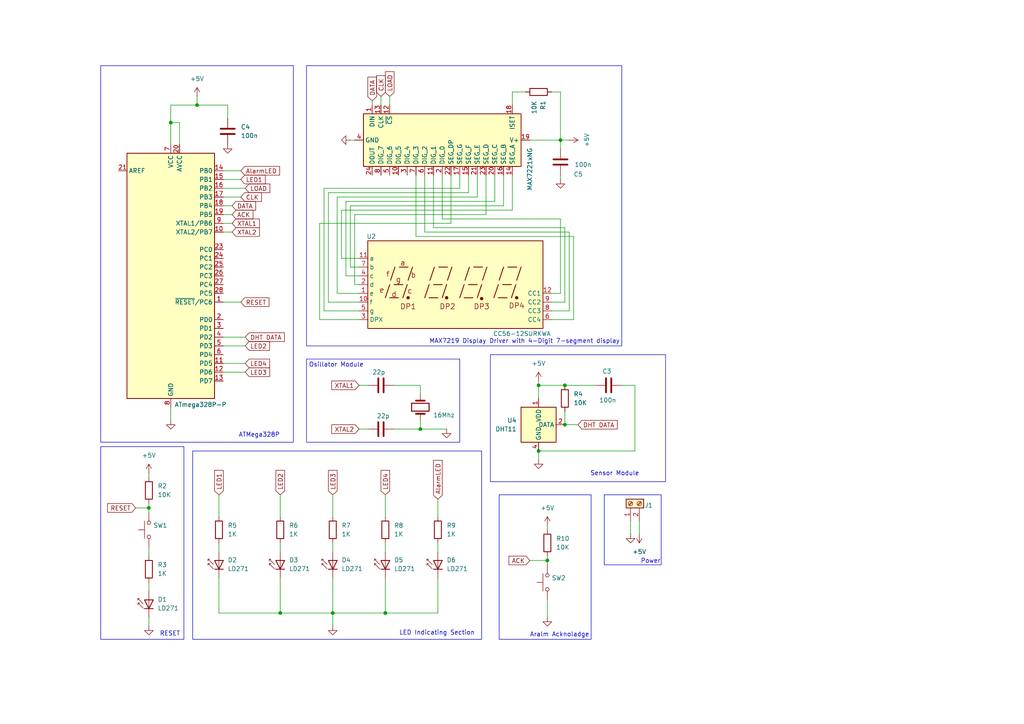
<source format=kicad_sch>
(kicad_sch (version 20231120) (generator "eeschema") (generator_version "8.0")
  (paper "A4")
  (lib_symbols
    (symbol "Connector:Screw_Terminal_01x02" (pin_names (offset 1.016) hide)
      (property "Reference" "J" (at 0 2.54 0))
      (property "Value" "Screw_Terminal_01x02" (at 0 -5.08 0))
      (symbol "Screw_Terminal_01x02_1_1"
        (rectangle (start -1.27 1.27) (end 1.27 -3.81) (stroke (width 0.254)) (fill (type background)))
        (circle (center 0 -2.54) (radius 0.635) (stroke (width 0.1524)))
        (polyline (pts (xy -0.5334 -2.2098) (xy 0.3302 -3.048)) (stroke (width 0.1524)))
        (polyline (pts (xy -0.5334 0.3302) (xy 0.3302 -0.508)) (stroke (width 0.1524)))
        (polyline (pts (xy -0.3556 -2.032) (xy 0.508 -2.8702)) (stroke (width 0.1524)))
        (polyline (pts (xy -0.3556 0.508) (xy 0.508 -0.3302)) (stroke (width 0.1524)))
        (circle (center 0 0) (radius 0.635) (stroke (width 0.1524)))
        (pin passive line (at -5.08 0 0) (length 3.81) (name "Pin_1") (number "1"))
        (pin passive line (at -5.08 -2.54 0) (length 3.81) (name "Pin_2") (number "2"))
      )
    )
    (symbol "Device:C" (pin_numbers hide) (pin_names (offset 0.254))
      (property "Reference" "C" (at 0.635 2.54 0))
      (property "Value" "C" (at 0.635 -2.54 0))
      (symbol "C_0_1"
        (polyline (pts (xy -2.032 -0.762) (xy 2.032 -0.762)) (stroke (width 0.508)))
        (polyline (pts (xy -2.032 0.762) (xy 2.032 0.762)) (stroke (width 0.508)))
      )
      (symbol "C_1_1"
        (pin passive line (at 0 3.81 270) (length 2.794) (name "~") (number "1"))
        (pin passive line (at 0 -3.81 90) (length 2.794) (name "~") (number "2"))
      )
    )
    (symbol "Device:Crystal" (pin_numbers hide) (pin_names (offset 1.016) hide)
      (property "Reference" "Y" (at 0 3.81 0))
      (property "Value" "Crystal" (at 0 -3.81 0))
      (symbol "Crystal_0_1"
        (rectangle (start -1.143 2.54) (end 1.143 -2.54) (stroke (width 0.3048)))
        (polyline (pts (xy -2.54 0) (xy -1.905 0)))
        (polyline (pts (xy -1.905 -1.27) (xy -1.905 1.27)) (stroke (width 0.508)))
        (polyline (pts (xy 1.905 -1.27) (xy 1.905 1.27)) (stroke (width 0.508)))
        (polyline (pts (xy 2.54 0) (xy 1.905 0)))
      )
      (symbol "Crystal_1_1"
        (pin passive line (at -3.81 0 0) (length 1.27) (name "1") (number "1"))
        (pin passive line (at 3.81 0 180) (length 1.27) (name "2") (number "2"))
      )
    )
    (symbol "Device:R" (pin_numbers hide) (pin_names (offset 0))
      (property "Reference" "R" (at 2.032 0 90))
      (property "Value" "R" (at 0 0 90))
      (symbol "R_0_1"
        (rectangle (start -1.016 -2.54) (end 1.016 2.54) (stroke (width 0.254)))
      )
      (symbol "R_1_1"
        (pin passive line (at 0 3.81 270) (length 1.27) (name "~") (number "1"))
        (pin passive line (at 0 -3.81 90) (length 1.27) (name "~") (number "2"))
      )
    )
    (symbol "Display_Character:CC56-12SURKWA"
      (property "Reference" "U" (at -24.13 13.97 0))
      (property "Value" "CC56-12SURKWA" (at 16.51 13.97 0))
      (symbol "CC56-12SURKWA_0_0"
        (rectangle (start -25.4 12.7) (end 25.4 -12.7) (stroke (width 0.254)) (fill (type background)))
        (polyline (pts (xy -20.32 -3.81) (xy -19.05 0)) (stroke (width 0.254)))
        (polyline (pts (xy -19.05 -3.81) (xy -16.51 -3.81)) (stroke (width 0.254)))
        (polyline (pts (xy -18.796 1.27) (xy -17.526 5.08)) (stroke (width 0.254)))
        (polyline (pts (xy -17.78 0) (xy -15.24 0)) (stroke (width 0.254)))
        (polyline (pts (xy -16.256 5.08) (xy -13.716 5.08)) (stroke (width 0.254)))
        (polyline (pts (xy -15.24 -3.81) (xy -13.97 0)) (stroke (width 0.254)))
        (polyline (pts (xy -13.716 1.27) (xy -12.446 5.08)) (stroke (width 0.254)))
        (polyline (pts (xy -8.89 -3.81) (xy -7.62 0)) (stroke (width 0.254)))
        (polyline (pts (xy -7.62 -3.81) (xy -5.08 -3.81)) (stroke (width 0.254)))
        (polyline (pts (xy -7.366 1.27) (xy -6.096 5.08)) (stroke (width 0.254)))
        (polyline (pts (xy -6.35 0) (xy -3.81 0)) (stroke (width 0.254)))
        (polyline (pts (xy -4.826 5.08) (xy -2.286 5.08)) (stroke (width 0.254)))
        (polyline (pts (xy -3.81 -3.81) (xy -2.54 0)) (stroke (width 0.254)))
        (polyline (pts (xy -2.286 1.27) (xy -1.016 5.08)) (stroke (width 0.254)))
        (polyline (pts (xy 1.27 -3.81) (xy 2.54 0)) (stroke (width 0.254)))
        (polyline (pts (xy 2.54 -3.81) (xy 5.08 -3.81)) (stroke (width 0.254)))
        (polyline (pts (xy 2.794 1.27) (xy 4.064 5.08)) (stroke (width 0.254)))
        (polyline (pts (xy 3.81 0) (xy 6.35 0)) (stroke (width 0.254)))
        (polyline (pts (xy 5.334 5.08) (xy 7.874 5.08)) (stroke (width 0.254)))
        (polyline (pts (xy 6.35 -3.81) (xy 7.62 0)) (stroke (width 0.254)))
        (polyline (pts (xy 7.874 1.27) (xy 9.144 5.08)) (stroke (width 0.254)))
        (polyline (pts (xy 11.176 -3.81) (xy 12.446 0)) (stroke (width 0.254)))
        (polyline (pts (xy 12.446 -3.81) (xy 14.986 -3.81)) (stroke (width 0.254)))
        (polyline (pts (xy 12.7 1.27) (xy 13.97 5.08)) (stroke (width 0.254)))
        (polyline (pts (xy 13.716 0) (xy 16.256 0)) (stroke (width 0.254)))
        (polyline (pts (xy 15.24 5.08) (xy 17.78 5.08)) (stroke (width 0.254)))
        (polyline (pts (xy 16.256 -3.81) (xy 17.526 0)) (stroke (width 0.254)))
        (polyline (pts (xy 17.78 1.27) (xy 19.05 5.08)) (stroke (width 0.254)))
        (text "a" (at -15.24 6.35 0) (effects (font (size 1.524 1.524))))
        (text "b" (at -12.192 2.794 0) (effects (font (size 1.524 1.524))))
        (text "c" (at -13.208 -1.778 0) (effects (font (size 1.524 1.524))))
        (text "d" (at -17.78 -2.794 0) (effects (font (size 1.524 1.524))))
        (text "DP1" (at -13.716 -6.35 0) (effects (font (size 1.524 1.524))))
        (text "DP2" (at -2.286 -6.35 0) (effects (font (size 1.524 1.524))))
        (text "DP3" (at 7.62 -6.35 0) (effects (font (size 1.524 1.524))))
        (text "DP4" (at 17.78 -6.096 0) (effects (font (size 1.524 1.524))))
        (text "e" (at -21.336 -1.524 0) (effects (font (size 1.524 1.524))))
        (text "f" (at -19.558 3.048 0) (effects (font (size 1.524 1.524))))
        (text "g" (at -16.51 1.524 0) (effects (font (size 1.524 1.524))))
      )
      (symbol "CC56-12SURKWA_0_1"
        (circle (center -13.716 -3.81) (radius 0.3556) (stroke (width 0.254)) (fill (type outline)))
        (circle (center -2.54 -3.81) (radius 0.3556) (stroke (width 0.254)) (fill (type outline)))
      )
      (symbol "CC56-12SURKWA_1_0"
        (circle (center 7.62 -4.064) (radius 0.3556) (stroke (width 0.254)) (fill (type outline)))
        (circle (center 17.78 -3.81) (radius 0.3556) (stroke (width 0.254)) (fill (type outline)))
      )
      (symbol "CC56-12SURKWA_1_1"
        (pin input line (at -27.94 -2.54 0) (length 2.54) (name "e") (number "1"))
        (pin input line (at -27.94 -5.08 0) (length 2.54) (name "f") (number "10"))
        (pin input line (at -27.94 7.62 0) (length 2.54) (name "a") (number "11"))
        (pin input line (at 27.94 -2.54 180) (length 2.54) (name "CC1") (number "12"))
        (pin input line (at -27.94 0 0) (length 2.54) (name "d") (number "2"))
        (pin input line (at -27.94 -10.16 0) (length 2.54) (name "DPX") (number "3"))
        (pin input line (at -27.94 2.54 0) (length 2.54) (name "c") (number "4"))
        (pin input line (at -27.94 -7.62 0) (length 2.54) (name "g") (number "5"))
        (pin input line (at 27.94 -10.16 180) (length 2.54) (name "CC4") (number "6"))
        (pin input line (at -27.94 5.08 0) (length 2.54) (name "b") (number "7"))
        (pin input line (at 27.94 -7.62 180) (length 2.54) (name "CC3") (number "8"))
        (pin input line (at 27.94 -5.08 180) (length 2.54) (name "CC2") (number "9"))
      )
    )
    (symbol "Driver_LED:MAX7221xNG"
      (property "Reference" "U" (at -6.35 24.13 0))
      (property "Value" "MAX7221xNG" (at 1.27 25.4 0))
      (symbol "MAX7221xNG_0_1"
        (rectangle (start -7.62 22.86) (end 7.62 -22.86) (stroke (width 0.254)) (fill (type background)))
      )
      (symbol "MAX7221xNG_1_1"
        (pin input line (at -10.16 -20.32 0) (length 2.54) (name "DIN") (number "1"))
        (pin open_collector line (at 10.16 -12.7 180) (length 2.54) (name "DIG_5") (number "10"))
        (pin open_collector line (at 10.16 -2.54 180) (length 2.54) (name "DIG_1") (number "11"))
        (pin input line (at -10.16 -15.24 0) (length 2.54) (name "~{CS}") (number "12"))
        (pin input line (at -10.16 -17.78 0) (length 2.54) (name "CLK") (number "13"))
        (pin open_emitter line (at 10.16 20.32 180) (length 2.54) (name "SEG_A") (number "14"))
        (pin open_emitter line (at 10.16 7.62 180) (length 2.54) (name "SEG_F") (number "15"))
        (pin open_emitter line (at 10.16 17.78 180) (length 2.54) (name "SEG_B") (number "16"))
        (pin open_emitter line (at 10.16 5.08 180) (length 2.54) (name "SEG_G") (number "17"))
        (pin input line (at -10.16 20.32 0) (length 2.54) (name "ISET") (number "18"))
        (pin power_in line (at 0 25.4 270) (length 2.54) (name "V+") (number "19"))
        (pin open_collector line (at 10.16 0 180) (length 2.54) (name "DIG_0") (number "2"))
        (pin open_emitter line (at 10.16 15.24 180) (length 2.54) (name "SEG_C") (number "20"))
        (pin open_emitter line (at 10.16 10.16 180) (length 2.54) (name "SEG_E") (number "21"))
        (pin open_emitter line (at 10.16 2.54 180) (length 2.54) (name "SEG_DP") (number "22"))
        (pin open_emitter line (at 10.16 12.7 180) (length 2.54) (name "SEG_D") (number "23"))
        (pin output line (at 10.16 -20.32 180) (length 2.54) (name "DOUT") (number "24"))
        (pin open_collector line (at 10.16 -10.16 180) (length 2.54) (name "DIG_4") (number "3"))
        (pin power_in line (at 0 -25.4 90) (length 2.54) (name "GND") (number "4"))
        (pin open_collector line (at 10.16 -15.24 180) (length 2.54) (name "DIG_6") (number "5"))
        (pin open_collector line (at 10.16 -5.08 180) (length 2.54) (name "DIG_2") (number "6"))
        (pin open_collector line (at 10.16 -7.62 180) (length 2.54) (name "DIG_3") (number "7"))
        (pin open_collector line (at 10.16 -17.78 180) (length 2.54) (name "DIG_7") (number "8"))
        (pin passive line (at 0 -25.4 90) (length 2.54) hide (name "GND") (number "9"))
      )
    )
    (symbol "LED:LD271" (pin_numbers hide) (pin_names (offset 1.016) hide)
      (property "Reference" "D" (at 0.508 1.778 0))
      (property "Value" "LD271" (at -1.016 -2.794 0))
      (symbol "LD271_0_1"
        (polyline (pts (xy -2.54 1.27) (xy -2.54 -1.27)) (stroke (width 0.254)))
        (polyline (pts (xy 0 0) (xy -2.54 0)))
        (polyline (pts (xy 0.381 3.175) (xy -0.127 3.175)))
        (polyline (pts (xy -1.143 1.651) (xy 0.381 3.175) (xy 0.381 2.667)))
        (polyline (pts (xy 0 -1.27) (xy -2.54 0) (xy 0 1.27) (xy 0 -1.27)) (stroke (width 0.254)))
        (polyline (pts (xy -2.413 1.651) (xy -0.889 3.175) (xy -0.889 2.667) (xy -0.889 3.175) (xy -1.397 3.175)))
      )
      (symbol "LD271_1_1"
        (pin passive line (at -5.08 0 0) (length 2.54) (name "K") (number "1"))
        (pin passive line (at 2.54 0 180) (length 2.54) (name "A") (number "2"))
      )
    )
    (symbol "MCU_Microchip_ATmega:ATmega328P-P"
      (property "Reference" "U" (at -12.7 36.83 0))
      (property "Value" "ATmega328P-P" (at 2.54 -36.83 0))
      (symbol "ATmega328P-P_0_1"
        (rectangle (start -12.7 -35.56) (end 12.7 35.56) (stroke (width 0.254)) (fill (type background)))
      )
      (symbol "ATmega328P-P_1_1"
        (pin bidirectional line (at 15.24 -7.62 180) (length 2.54) (name "~{RESET}/PC6") (number "1"))
        (pin bidirectional line (at 15.24 12.7 180) (length 2.54) (name "XTAL2/PB7") (number "10"))
        (pin bidirectional line (at 15.24 -25.4 180) (length 2.54) (name "PD5") (number "11"))
        (pin bidirectional line (at 15.24 -27.94 180) (length 2.54) (name "PD6") (number "12"))
        (pin bidirectional line (at 15.24 -30.48 180) (length 2.54) (name "PD7") (number "13"))
        (pin bidirectional line (at 15.24 30.48 180) (length 2.54) (name "PB0") (number "14"))
        (pin bidirectional line (at 15.24 27.94 180) (length 2.54) (name "PB1") (number "15"))
        (pin bidirectional line (at 15.24 25.4 180) (length 2.54) (name "PB2") (number "16"))
        (pin bidirectional line (at 15.24 22.86 180) (length 2.54) (name "PB3") (number "17"))
        (pin bidirectional line (at 15.24 20.32 180) (length 2.54) (name "PB4") (number "18"))
        (pin bidirectional line (at 15.24 17.78 180) (length 2.54) (name "PB5") (number "19"))
        (pin bidirectional line (at 15.24 -12.7 180) (length 2.54) (name "PD0") (number "2"))
        (pin power_in line (at 2.54 38.1 270) (length 2.54) (name "AVCC") (number "20"))
        (pin passive line (at -15.24 30.48 0) (length 2.54) (name "AREF") (number "21"))
        (pin passive line (at 0 -38.1 90) (length 2.54) hide (name "GND") (number "22"))
        (pin bidirectional line (at 15.24 7.62 180) (length 2.54) (name "PC0") (number "23"))
        (pin bidirectional line (at 15.24 5.08 180) (length 2.54) (name "PC1") (number "24"))
        (pin bidirectional line (at 15.24 2.54 180) (length 2.54) (name "PC2") (number "25"))
        (pin bidirectional line (at 15.24 0 180) (length 2.54) (name "PC3") (number "26"))
        (pin bidirectional line (at 15.24 -2.54 180) (length 2.54) (name "PC4") (number "27"))
        (pin bidirectional line (at 15.24 -5.08 180) (length 2.54) (name "PC5") (number "28"))
        (pin bidirectional line (at 15.24 -15.24 180) (length 2.54) (name "PD1") (number "3"))
        (pin bidirectional line (at 15.24 -17.78 180) (length 2.54) (name "PD2") (number "4"))
        (pin bidirectional line (at 15.24 -20.32 180) (length 2.54) (name "PD3") (number "5"))
        (pin bidirectional line (at 15.24 -22.86 180) (length 2.54) (name "PD4") (number "6"))
        (pin power_in line (at 0 38.1 270) (length 2.54) (name "VCC") (number "7"))
        (pin power_in line (at 0 -38.1 90) (length 2.54) (name "GND") (number "8"))
        (pin bidirectional line (at 15.24 15.24 180) (length 2.54) (name "XTAL1/PB6") (number "9"))
      )
    )
    (symbol "Sensor:DHT11"
      (property "Reference" "U" (at -3.81 6.35 0))
      (property "Value" "DHT11" (at 3.81 6.35 0))
      (symbol "DHT11_0_1"
        (rectangle (start -5.08 5.08) (end 5.08 -5.08) (stroke (width 0.254)) (fill (type background)))
      )
      (symbol "DHT11_1_1"
        (pin power_in line (at 0 7.62 270) (length 2.54) (name "VDD") (number "1"))
        (pin bidirectional line (at 7.62 0 180) (length 2.54) (name "DATA") (number "2"))
        (pin no_connect line (at -5.08 0 0) (length 2.54) hide (name "NC") (number "3"))
        (pin power_in line (at 0 -7.62 90) (length 2.54) (name "GND") (number "4"))
      )
    )
    (symbol "Switch:SW_Push" (pin_numbers hide) (pin_names (offset 1.016) hide)
      (property "Reference" "SW" (at 1.27 2.54 0))
      (property "Value" "SW_Push" (at 0 -1.524 0))
      (symbol "SW_Push_0_1"
        (circle (center -2.032 0) (radius 0.508))
        (polyline (pts (xy 0 1.27) (xy 0 3.048)))
        (polyline (pts (xy 2.54 1.27) (xy -2.54 1.27)))
        (circle (center 2.032 0) (radius 0.508))
        (pin passive line (at -5.08 0 0) (length 2.54) (name "1") (number "1"))
        (pin passive line (at 5.08 0 180) (length 2.54) (name "2") (number "2"))
      )
    )
    (symbol "power:+5V" (power) (pin_numbers hide) (pin_names (offset 0) hide)
      (property "Value" "+5V" (at 0 3.556 0))
      (symbol "+5V_0_1"
        (polyline (pts (xy -0.762 1.27) (xy 0 2.54)))
        (polyline (pts (xy 0 0) (xy 0 2.54)))
        (polyline (pts (xy 0 2.54) (xy 0.762 1.27)))
      )
      (symbol "+5V_1_1"
        (pin power_in line (at 0 0 90) (length 0) (name "~") (number "1"))
      )
    )
    (symbol "power:GND" (power) (pin_numbers hide) (pin_names (offset 0) hide)
      (property "Value" "GND" (at 0 -3.81 0))
      (symbol "GND_0_1"
        (polyline (pts (xy 0 0) (xy 0 -1.27) (xy 1.27 -1.27) (xy 0 -2.54) (xy -1.27 -1.27) (xy 0 -1.27)))
      )
      (symbol "GND_1_1"
        (pin power_in line (at 0 0 270) (length 0) (name "~") (number "1"))
      )
    )
  )
  (junction (at 49.53 35.56))
  (junction (at 81.28 177.8))
  (junction (at 163.83 111.76))
  (junction (at 156.21 130.81))
  (junction (at 57.15 30.48))
  (junction (at 121.92 124.46))
  (junction (at 158.75 162.56))
  (junction (at 162.56 40.64))
  (junction (at 111.76 177.8))
  (junction (at 163.83 123.19))
  (junction (at 156.21 111.76))
  (junction (at 96.52 177.8))
  (junction (at 43.18 147.32))
  (wire (pts (xy 81.28 177.8) (xy 96.52 177.8)))
  (wire (pts (xy 153.67 162.56) (xy 158.75 162.56)))
  (wire (pts (xy 64.77 107.95) (xy 71.12 107.95)))
  (wire (pts (xy 163.83 87.63) (xy 163.83 66.04)))
  (wire (pts (xy 101.6 59.69) (xy 146.05 59.69)))
  (wire (pts (xy 158.75 162.56) (xy 158.75 163.83)))
  (wire (pts (xy 163.83 123.19) (xy 167.64 123.19)))
  (wire (pts (xy 64.77 49.53) (xy 69.85 49.53)))
  (wire (pts (xy 96.52 177.8) (xy 111.76 177.8)))
  (wire (pts (xy 166.37 68.58) (xy 120.65 68.58)))
  (wire (pts (xy 104.14 77.47) (xy 101.6 77.47)))
  (wire (pts (xy 148.59 26.67) (xy 148.59 30.48)))
  (wire (pts (xy 93.98 54.61) (xy 133.35 54.61)))
  (wire (pts (xy 165.1 67.31) (xy 123.19 67.31)))
  (wire (pts (xy 102.87 40.64) (xy 101.6 40.64)))
  (wire (pts (xy 66.04 30.48) (xy 66.04 34.29)))
  (wire (pts (xy 49.53 30.48) (xy 49.53 35.56)))
  (wire (pts (xy 165.1 40.64) (xy 162.56 40.64)))
  (wire (pts (xy 64.77 57.15) (xy 69.85 57.15)))
  (wire (pts (xy 128.27 63.5) (xy 128.27 50.8)))
  (wire (pts (xy 64.77 105.41) (xy 71.12 105.41)))
  (wire (pts (xy 49.53 35.56) (xy 49.53 41.91)))
  (wire (pts (xy 162.56 40.64) (xy 162.56 43.18)))
  (wire (pts (xy 114.3 111.76) (xy 121.92 111.76)))
  (wire (pts (xy 123.19 67.31) (xy 123.19 50.8)))
  (wire (pts (xy 114.3 124.46) (xy 121.92 124.46)))
  (wire (pts (xy 185.42 151.13) (xy 185.42 154.94)))
  (wire (pts (xy 96.52 167.64) (xy 96.52 177.8)))
  (wire (pts (xy 81.28 143.51) (xy 81.28 149.86)))
  (wire (pts (xy 111.76 143.51) (xy 111.76 149.86)))
  (wire (pts (xy 127 144.78) (xy 127 149.86)))
  (wire (pts (xy 180.34 111.76) (xy 184.15 111.76)))
  (wire (pts (xy 63.5 157.48) (xy 63.5 160.02)))
  (wire (pts (xy 81.28 167.64) (xy 81.28 177.8)))
  (wire (pts (xy 95.25 55.88) (xy 135.89 55.88)))
  (wire (pts (xy 162.56 40.64) (xy 153.67 40.64)))
  (wire (pts (xy 64.77 97.79) (xy 71.12 97.79)))
  (wire (pts (xy 162.56 50.8) (xy 162.56 52.07)))
  (wire (pts (xy 43.18 158.75) (xy 43.18 161.29)))
  (wire (pts (xy 160.02 92.71) (xy 166.37 92.71)))
  (wire (pts (xy 64.77 54.61) (xy 71.12 54.61)))
  (wire (pts (xy 57.15 27.94) (xy 57.15 30.48)))
  (wire (pts (xy 158.75 173.99) (xy 158.75 179.07)))
  (wire (pts (xy 158.75 161.29) (xy 158.75 162.56)))
  (wire (pts (xy 99.06 74.93) (xy 99.06 60.96)))
  (wire (pts (xy 143.51 58.42) (xy 143.51 50.8)))
  (wire (pts (xy 104.14 85.09) (xy 97.79 85.09)))
  (wire (pts (xy 97.79 85.09) (xy 97.79 57.15)))
  (wire (pts (xy 96.52 157.48) (xy 96.52 160.02)))
  (wire (pts (xy 127 177.8) (xy 127 167.64)))
  (wire (pts (xy 64.77 87.63) (xy 69.85 87.63)))
  (wire (pts (xy 162.56 63.5) (xy 128.27 63.5)))
  (wire (pts (xy 156.21 110.49) (xy 156.21 111.76)))
  (wire (pts (xy 111.76 157.48) (xy 111.76 160.02)))
  (wire (pts (xy 156.21 130.81) (xy 156.21 133.35)))
  (wire (pts (xy 49.53 35.56) (xy 52.07 35.56)))
  (wire (pts (xy 111.76 167.64) (xy 111.76 177.8)))
  (wire (pts (xy 101.6 77.47) (xy 101.6 59.69)))
  (wire (pts (xy 138.43 50.8) (xy 138.43 57.15)))
  (wire (pts (xy 121.92 111.76) (xy 121.92 114.3)))
  (wire (pts (xy 160.02 90.17) (xy 165.1 90.17)))
  (wire (pts (xy 130.81 64.77) (xy 130.81 50.8)))
  (wire (pts (xy 49.53 30.48) (xy 57.15 30.48)))
  (wire (pts (xy 93.98 90.17) (xy 93.98 54.61)))
  (wire (pts (xy 102.87 62.23) (xy 140.97 62.23)))
  (wire (pts (xy 39.37 147.32) (xy 43.18 147.32)))
  (wire (pts (xy 104.14 74.93) (xy 99.06 74.93)))
  (wire (pts (xy 100.33 80.01) (xy 100.33 58.42)))
  (wire (pts (xy 64.77 64.77) (xy 67.31 64.77)))
  (wire (pts (xy 43.18 147.32) (xy 43.18 148.59)))
  (wire (pts (xy 184.15 111.76) (xy 184.15 130.81)))
  (wire (pts (xy 152.4 26.67) (xy 148.59 26.67)))
  (wire (pts (xy 104.14 80.01) (xy 100.33 80.01)))
  (wire (pts (xy 120.65 68.58) (xy 120.65 50.8)))
  (wire (pts (xy 104.14 87.63) (xy 95.25 87.63)))
  (wire (pts (xy 99.06 60.96) (xy 148.59 60.96)))
  (wire (pts (xy 64.77 100.33) (xy 71.12 100.33)))
  (wire (pts (xy 156.21 111.76) (xy 156.21 115.57)))
  (wire (pts (xy 113.03 27.94) (xy 113.03 30.48)))
  (wire (pts (xy 97.79 57.15) (xy 138.43 57.15)))
  (wire (pts (xy 135.89 55.88) (xy 135.89 50.8)))
  (wire (pts (xy 102.87 82.55) (xy 102.87 62.23)))
  (wire (pts (xy 140.97 62.23) (xy 140.97 50.8)))
  (wire (pts (xy 43.18 168.91) (xy 43.18 171.45)))
  (wire (pts (xy 110.49 27.94) (xy 110.49 30.48)))
  (wire (pts (xy 63.5 177.8) (xy 81.28 177.8)))
  (wire (pts (xy 156.21 130.81) (xy 184.15 130.81)))
  (wire (pts (xy 43.18 179.07) (xy 43.18 181.61)))
  (wire (pts (xy 162.56 85.09) (xy 162.56 63.5)))
  (wire (pts (xy 95.25 87.63) (xy 95.25 55.88)))
  (wire (pts (xy 81.28 157.48) (xy 81.28 160.02)))
  (wire (pts (xy 43.18 146.05) (xy 43.18 147.32)))
  (wire (pts (xy 163.83 111.76) (xy 156.21 111.76)))
  (wire (pts (xy 172.72 111.76) (xy 163.83 111.76)))
  (wire (pts (xy 64.77 59.69) (xy 67.31 59.69)))
  (wire (pts (xy 160.02 87.63) (xy 163.83 87.63)))
  (wire (pts (xy 100.33 58.42) (xy 143.51 58.42)))
  (wire (pts (xy 92.71 64.77) (xy 130.81 64.77)))
  (wire (pts (xy 162.56 26.67) (xy 162.56 40.64)))
  (wire (pts (xy 104.14 82.55) (xy 102.87 82.55)))
  (wire (pts (xy 166.37 92.71) (xy 166.37 68.58)))
  (wire (pts (xy 52.07 41.91) (xy 52.07 35.56)))
  (wire (pts (xy 146.05 59.69) (xy 146.05 50.8)))
  (wire (pts (xy 64.77 62.23) (xy 67.31 62.23)))
  (wire (pts (xy 64.77 52.07) (xy 69.85 52.07)))
  (wire (pts (xy 63.5 143.51) (xy 63.5 149.86)))
  (wire (pts (xy 163.83 119.38) (xy 163.83 123.19)))
  (wire (pts (xy 158.75 152.4) (xy 158.75 153.67)))
  (wire (pts (xy 92.71 92.71) (xy 92.71 64.77)))
  (wire (pts (xy 182.88 151.13) (xy 182.88 154.94)))
  (wire (pts (xy 96.52 177.8) (xy 96.52 181.61)))
  (wire (pts (xy 104.14 90.17) (xy 93.98 90.17)))
  (wire (pts (xy 133.35 54.61) (xy 133.35 50.8)))
  (wire (pts (xy 107.95 29.21) (xy 107.95 30.48)))
  (wire (pts (xy 121.92 124.46) (xy 121.92 121.92)))
  (wire (pts (xy 43.18 137.16) (xy 43.18 138.43)))
  (wire (pts (xy 160.02 85.09) (xy 162.56 85.09)))
  (wire (pts (xy 104.14 111.76) (xy 106.68 111.76)))
  (wire (pts (xy 57.15 30.48) (xy 66.04 30.48)))
  (wire (pts (xy 63.5 167.64) (xy 63.5 177.8)))
  (wire (pts (xy 148.59 60.96) (xy 148.59 50.8)))
  (wire (pts (xy 96.52 143.51) (xy 96.52 149.86)))
  (wire (pts (xy 127 157.48) (xy 127 160.02)))
  (wire (pts (xy 49.53 118.11) (xy 49.53 121.92)))
  (wire (pts (xy 111.76 177.8) (xy 127 177.8)))
  (wire (pts (xy 163.83 66.04) (xy 125.73 66.04)))
  (wire (pts (xy 64.77 67.31) (xy 67.31 67.31)))
  (wire (pts (xy 104.14 124.46) (xy 106.68 124.46)))
  (wire (pts (xy 121.92 124.46) (xy 129.54 124.46)))
  (wire (pts (xy 162.56 26.67) (xy 160.02 26.67)))
  (wire (pts (xy 165.1 90.17) (xy 165.1 67.31)))
  (wire (pts (xy 104.14 92.71) (xy 92.71 92.71)))
  (wire (pts (xy 125.73 66.04) (xy 125.73 50.8)))
  (rectangle (start 142.24 102.87) (end 193.04 139.7))
  (rectangle (start 29.21 129.54) (end 53.34 185.42))
  (rectangle (start 29.21 19.05) (end 85.09 128.27))
  (rectangle (start 144.78 143.51) (end 171.45 185.42))
  (rectangle (start 175.26 143.51) (end 191.77 163.83))
  (rectangle (start 55.88 130.81) (end 139.7 185.42))
  (rectangle (start 191.77 139.7) (end 191.77 139.7))
  (rectangle (start 88.9 19.05) (end 180.34 100.33))
  (rectangle (start 133.35 128.27) (end 88.9 104.14))
  (text "Aralm Acknoladge\n" (at 162.306 184.15 0) (effects (font (size 1.27 1.27))))
  (text "ATMega328P\n" (at 75.184 126.238 0) (effects (font (size 1.27 1.27))))
  (text "Osillator Module\n" (at 97.536 105.918 0) (effects (font (size 1.27 1.27))))
  (text "Power" (at 188.722 162.814 0) (effects (font (size 1.27 1.27))))
  (text "MAX7219 Display Driver with 4-Digit 7-segment display\n\n" (at 152.146 100.076 0) (effects (font (size 1.27 1.27))))
  (text "LED Indicating Section" (at 126.746 183.642 0) (effects (font (size 1.27 1.27))))
  (text "RESET \n" (at 49.784 183.896 0) (effects (font (size 1.27 1.27))))
  (text "Sensor Module\n" (at 178.308 137.414 0) (effects (font (size 1.27 1.27))))
  (global_label "DATA" (shape input) (at 107.95 29.21 90) (property "Intersheetrefs" "${INTERSHEET_REFS}" (effects (hide yes))))
  (global_label "LED1" (shape input) (at 69.85 52.07 0) (property "Intersheetrefs" "${INTERSHEET_REFS}" (effects (hide yes))))
  (global_label "LED2" (shape input) (at 71.12 100.33 0) (property "Intersheetrefs" "${INTERSHEET_REFS}" (effects (hide yes))))
  (global_label "XTAL2" (shape input) (at 67.31 67.31 0) (property "Intersheetrefs" "${INTERSHEET_REFS}" (effects (hide yes))))
  (global_label "LED1" (shape input) (at 63.5 143.51 90) (property "Intersheetrefs" "${INTERSHEET_REFS}" (effects (hide yes))))
  (global_label "RESET" (shape input) (at 69.85 87.63 0) (property "Intersheetrefs" "${INTERSHEET_REFS}" (effects (hide yes))))
  (global_label "LED2" (shape input) (at 81.28 143.51 90) (property "Intersheetrefs" "${INTERSHEET_REFS}" (effects (hide yes))))
  (global_label "AlarmLED" (shape input) (at 69.85 49.53 0) (property "Intersheetrefs" "${INTERSHEET_REFS}" (effects (hide yes))))
  (global_label "DATA" (shape input) (at 67.31 59.69 0) (property "Intersheetrefs" "${INTERSHEET_REFS}" (effects (hide yes))))
  (global_label "ACK" (shape input) (at 67.31 62.23 0) (property "Intersheetrefs" "${INTERSHEET_REFS}" (effects (hide yes))))
  (global_label "DHT DATA" (shape input) (at 71.12 97.79 0) (property "Intersheetrefs" "${INTERSHEET_REFS}" (effects (hide yes))))
  (global_label "LED3" (shape input) (at 71.12 107.95 0) (property "Intersheetrefs" "${INTERSHEET_REFS}" (effects (hide yes))))
  (global_label "CLK" (shape input) (at 69.85 57.15 0) (property "Intersheetrefs" "${INTERSHEET_REFS}" (effects (hide yes))))
  (global_label "DHT DATA" (shape input) (at 167.64 123.19 0) (property "Intersheetrefs" "${INTERSHEET_REFS}" (effects (hide yes))))
  (global_label "XTAL2" (shape input) (at 104.14 124.46 180) (property "Intersheetrefs" "${INTERSHEET_REFS}" (effects (hide yes))))
  (global_label "ACK" (shape input) (at 153.67 162.56 180) (property "Intersheetrefs" "${INTERSHEET_REFS}" (effects (hide yes))))
  (global_label "LOAD" (shape input) (at 113.03 27.94 90) (property "Intersheetrefs" "${INTERSHEET_REFS}" (effects (hide yes))))
  (global_label "RESET" (shape input) (at 39.37 147.32 180) (property "Intersheetrefs" "${INTERSHEET_REFS}" (effects (hide yes))))
  (global_label "LOAD" (shape input) (at 71.12 54.61 0) (property "Intersheetrefs" "${INTERSHEET_REFS}" (effects (hide yes))))
  (global_label "AlarmLED" (shape input) (at 127 144.78 90) (property "Intersheetrefs" "${INTERSHEET_REFS}" (effects (hide yes))))
  (global_label "CLK" (shape input) (at 110.49 27.94 90) (property "Intersheetrefs" "${INTERSHEET_REFS}" (effects (hide yes))))
  (global_label "XTAL1" (shape input) (at 67.31 64.77 0) (property "Intersheetrefs" "${INTERSHEET_REFS}" (effects (hide yes))))
  (global_label "LED3" (shape input) (at 96.52 143.51 90) (property "Intersheetrefs" "${INTERSHEET_REFS}" (effects (hide yes))))
  (global_label "LED4" (shape input) (at 71.12 105.41 0) (property "Intersheetrefs" "${INTERSHEET_REFS}" (effects (hide yes))))
  (global_label "XTAL1" (shape input) (at 104.14 111.76 180) (property "Intersheetrefs" "${INTERSHEET_REFS}" (effects (hide yes))))
  (global_label "LED4" (shape input) (at 111.76 143.51 90) (property "Intersheetrefs" "${INTERSHEET_REFS}" (effects (hide yes))))
  (symbol (lib_id "power:GND") (at 158.75 179.07 0) (unit 1)
    (property "Reference" "#PWR013" (effects (hide yes)))
    (property "Value" "GND" (effects (hide yes)))
    (property "Description" "Power symbol creates a global label with name \"GND\" , ground" (effects (hide yes)))
  )
  (symbol (lib_id "power:GND") (at 66.04 41.91 0) (unit 1)
    (property "Reference" "#PWR05" (effects (hide yes)))
    (property "Value" "GND" (effects (hide yes)))
    (property "Description" "Power symbol creates a global label with name \"GND\" , ground" (effects (hide yes)))
  )
  (symbol (lib_id "power:+5V") (at 158.75 152.4 0) (unit 1)
    (property "Reference" "#PWR012" (effects (hide yes)))
    (property "Value" "+5V" (at 158.75 147.32 0))
    (property "Description" "Power symbol creates a global label with name \"+5V\"" (effects (hide yes)))
  )
  (symbol (lib_id "Device:Crystal") (at 121.92 118.11 90) (unit 1)
    (property "Reference" "16Mhz1" (effects (hide yes)))
    (property "Value" "16Mhz" (at 128.778 120.396 90))
    (property "Footprint" "Crystal:Crystal_HC52-U_Vertical" (effects (hide yes)))
    (property "Description" "Two pin crystal" (effects (hide yes)))
  )
  (symbol (lib_id "power:+5V") (at 185.42 154.94 180) (unit 1)
    (property "Reference" "#PWR014" (effects (hide yes)))
    (property "Value" "+5V" (at 185.42 160.02 0))
    (property "Description" "Power symbol creates a global label with name \"+5V\"" (effects (hide yes)))
  )
  (symbol (lib_id "Device:R") (at 158.75 157.48 180) (unit 1)
    (property "Reference" "R10" (at 161.29 156.2099 0) (effects (justify right)))
    (property "Value" "10K" (at 161.29 158.7499 0) (effects (justify right)))
    (property "Footprint" "Resistor_THT:R_Axial_DIN0204_L3.6mm_D1.6mm_P5.08mm_Horizontal" (effects (hide yes)))
    (property "Description" "Resistor" (effects (hide yes)))
  )
  (symbol (lib_id "LED:LD271") (at 63.5 162.56 90) (unit 1)
    (property "Reference" "D2" (at 66.04 162.4329 90) (effects (justify right)))
    (property "Value" "LD271" (at 66.04 164.9729 90) (effects (justify right)))
    (property "Footprint" "LED_THT:LED_D5.0mm_IRGrey" (effects (hide yes)))
    (property "Datasheet" "http://www.alliedelec.com/m/d/40788c34903a719969df15f1fbea1056.pdf" (effects (hide yes)))
    (property "Description" "940nm IR-LED, 5mm" (effects (hide yes)))
  )
  (symbol (lib_id "LED:LD271") (at 81.28 162.56 90) (unit 1)
    (property "Reference" "D3" (at 83.82 162.4329 90) (effects (justify right)))
    (property "Value" "LD271" (at 83.82 164.9729 90) (effects (justify right)))
    (property "Footprint" "LED_THT:LED_D5.0mm_IRGrey" (effects (hide yes)))
    (property "Datasheet" "http://www.alliedelec.com/m/d/40788c34903a719969df15f1fbea1056.pdf" (effects (hide yes)))
    (property "Description" "940nm IR-LED, 5mm" (effects (hide yes)))
  )
  (symbol (lib_id "power:GND") (at 101.6 40.64 270) (unit 1)
    (property "Reference" "#PWR09" (effects (hide yes)))
    (property "Value" "GND" (effects (hide yes)))
    (property "Description" "Power symbol creates a global label with name \"GND\" , ground" (effects (hide yes)))
  )
  (symbol (lib_id "power:+5V") (at 57.15 27.94 0) (unit 1)
    (property "Reference" "#PWR01" (effects (hide yes)))
    (property "Value" "+5V" (at 57.15 22.86 0))
    (property "Description" "Power symbol creates a global label with name \"+5V\"" (effects (hide yes)))
  )
  (symbol (lib_id "Device:R") (at 63.5 153.67 180) (unit 1)
    (property "Reference" "R5" (at 66.04 152.3999 0) (effects (justify right)))
    (property "Value" "1K" (at 66.04 154.9399 0) (effects (justify right)))
    (property "Footprint" "Resistor_THT:R_Axial_DIN0204_L3.6mm_D1.6mm_P5.08mm_Horizontal" (effects (hide yes)))
    (property "Description" "Resistor" (effects (hide yes)))
  )
  (symbol (lib_id "power:GND") (at 43.18 181.61 0) (unit 1)
    (property "Reference" "#PWR04" (effects (hide yes)))
    (property "Value" "GND" (effects (hide yes)))
    (property "Description" "Power symbol creates a global label with name \"GND\" , ground" (effects (hide yes)))
  )
  (symbol (lib_id "power:GND") (at 129.54 124.46 0) (unit 1)
    (property "Reference" "#PWR016" (effects (hide yes)))
    (property "Value" "GND" (effects (hide yes)))
    (property "Description" "Power symbol creates a global label with name \"GND\" , ground" (effects (hide yes)))
  )
  (symbol (lib_id "Device:C") (at 162.56 46.99 0) (unit 1)
    (property "Reference" "C5" (at 166.37 50.546 0) (effects (justify left)))
    (property "Value" "100n" (at 166.624 47.752 0) (effects (justify left)))
    (property "Footprint" "Capacitor_THT:CP_Radial_D5.0mm_P2.50mm" (effects (hide yes)))
    (property "Description" "Unpolarized capacitor" (effects (hide yes)))
  )
  (symbol (lib_id "LED:LD271") (at 127 162.56 90) (unit 1)
    (property "Reference" "D6" (at 129.54 162.4329 90) (effects (justify right)))
    (property "Value" "LD271" (at 129.54 164.9729 90) (effects (justify right)))
    (property "Footprint" "LED_THT:LED_D5.0mm_IRGrey" (effects (hide yes)))
    (property "Datasheet" "http://www.alliedelec.com/m/d/40788c34903a719969df15f1fbea1056.pdf" (effects (hide yes)))
    (property "Description" "940nm IR-LED, 5mm" (effects (hide yes)))
  )
  (symbol (lib_id "Device:C") (at 110.49 124.46 270) (unit 1)
    (property "Reference" "C1" (effects (hide yes)))
    (property "Value" "22p" (at 113.0299 120.65 90) (effects (justify right)))
    (property "Footprint" "Capacitor_THT:C_Disc_D3.0mm_W1.6mm_P2.50mm" (effects (hide yes)))
    (property "Description" "Unpolarized capacitor" (effects (hide yes)))
  )
  (symbol (lib_id "power:GND") (at 182.88 154.94 0) (unit 1)
    (property "Reference" "#PWR015" (effects (hide yes)))
    (property "Value" "GND" (effects (hide yes)))
    (property "Description" "Power symbol creates a global label with name \"GND\" , ground" (effects (hide yes)))
  )
  (symbol (lib_id "LED:LD271") (at 96.52 162.56 90) (unit 1)
    (property "Reference" "D4" (at 99.06 162.4329 90) (effects (justify right)))
    (property "Value" "LD271" (at 99.06 164.9729 90) (effects (justify right)))
    (property "Footprint" "LED_THT:LED_D5.0mm_IRGrey" (effects (hide yes)))
    (property "Datasheet" "http://www.alliedelec.com/m/d/40788c34903a719969df15f1fbea1056.pdf" (effects (hide yes)))
    (property "Description" "940nm IR-LED, 5mm" (effects (hide yes)))
  )
  (symbol (lib_id "Device:C") (at 66.04 38.1 0) (unit 1)
    (property "Reference" "C4" (at 69.85 36.8299 0) (effects (justify left)))
    (property "Value" "100n" (at 69.85 39.3699 0) (effects (justify left)))
    (property "Footprint" "Capacitor_THT:CP_Radial_D5.0mm_P2.00mm" (effects (hide yes)))
    (property "Description" "Unpolarized capacitor" (effects (hide yes)))
  )
  (symbol (lib_id "Switch:SW_Push") (at 158.75 168.91 90) (unit 1)
    (property "Reference" "SW2" (at 160.02 167.6399 90) (effects (justify right)))
    (property "Value" "SW_Push" (effects (hide yes)))
    (property "Footprint" "Button_Switch_THT:SW_PUSH_6mm" (effects (hide yes)))
    (property "Description" "Push button switch, generic, two pins" (effects (hide yes)))
  )
  (symbol (lib_id "power:+5V") (at 43.18 137.16 0) (unit 1)
    (property "Reference" "#PWR03" (effects (hide yes)))
    (property "Value" "+5V" (at 43.18 132.08 0))
    (property "Description" "Power symbol creates a global label with name \"+5V\"" (effects (hide yes)))
  )
  (symbol (lib_id "power:GND") (at 156.21 133.35 0) (unit 1)
    (property "Reference" "#PWR06" (effects (hide yes)))
    (property "Value" "GND" (effects (hide yes)))
    (property "Description" "Power symbol creates a global label with name \"GND\" , ground" (effects (hide yes)))
  )
  (symbol (lib_id "Connector:Screw_Terminal_01x02") (at 182.88 146.05 90) (unit 1)
    (property "Reference" "J1" (at 186.944 146.558 90) (effects (justify right)))
    (property "Value" "Screw_Terminal_01x02" (effects (hide yes)))
    (property "Footprint" "TerminalBlock_Phoenix:TerminalBlock_Phoenix_MKDS-1,5-2-5.08_1x02_P5.08mm_Horizontal" (effects (hide yes)))
    (property "Description" "Generic screw terminal, single row, 01x02, script generated (kicad-library-utils/schlib/autogen/connector/)" (effects (hide yes)))
  )
  (symbol (lib_id "Device:C") (at 176.53 111.76 270) (unit 1)
    (property "Reference" "C3" (at 176.022 107.696 90))
    (property "Value" "100n" (at 176.276 116.078 90))
    (property "Footprint" "Capacitor_THT:CP_Radial_D5.0mm_P2.00mm" (effects (hide yes)))
    (property "Description" "Unpolarized capacitor" (effects (hide yes)))
  )
  (symbol (lib_id "LED:LD271") (at 111.76 162.56 90) (unit 1)
    (property "Reference" "D5" (at 114.3 162.4329 90) (effects (justify right)))
    (property "Value" "LD271" (at 114.3 164.9729 90) (effects (justify right)))
    (property "Footprint" "LED_THT:LED_D5.0mm_IRGrey" (effects (hide yes)))
    (property "Datasheet" "http://www.alliedelec.com/m/d/40788c34903a719969df15f1fbea1056.pdf" (effects (hide yes)))
    (property "Description" "940nm IR-LED, 5mm" (effects (hide yes)))
  )
  (symbol (lib_id "power:GND") (at 162.56 52.07 0) (unit 1)
    (property "Reference" "#PWR08" (effects (hide yes)))
    (property "Value" "GND" (effects (hide yes)))
    (property "Description" "Power symbol creates a global label with name \"GND\" , ground" (effects (hide yes)))
  )
  (symbol (lib_id "Driver_LED:MAX7221xNG") (at 128.27 40.64 270) (unit 1)
    (property "Reference" "U3" (effects (hide yes)))
    (property "Value" "MAX7221xNG" (at 153.67 42.8341 0) (effects (justify left)))
    (property "Footprint" "Package_DIP:DIP-24_W7.62mm" (effects (hide yes)))
    (property "Datasheet" "https://datasheets.maximintegrated.com/en/ds/MAX7219-MAX7221.pdf" (effects (hide yes)))
    (property "Description" "Serially Interfaced, 8-Digit LED Display Driver, PDIP-24" (effects (hide yes)))
  )
  (symbol (lib_id "power:+5V") (at 165.1 40.64 270) (unit 1)
    (property "Reference" "#PWR010" (effects (hide yes)))
    (property "Value" "+5V" (at 170.18 40.64 0))
    (property "Description" "Power symbol creates a global label with name \"+5V\"" (effects (hide yes)))
  )
  (symbol (lib_id "MCU_Microchip_ATmega:ATmega328P-P") (at 49.53 80.01 0) (unit 1)
    (property "Reference" "U1" (effects (hide yes)))
    (property "Value" "ATmega328P-P" (at 58.166 117.348 0))
    (property "Footprint" "Package_DIP:DIP-28_W7.62mm" (effects (hide yes)))
    (property "Datasheet" "http://ww1.microchip.com/downloads/en/DeviceDoc/ATmega328_P%20AVR%20MCU%20with%20picoPower%20Technology%20Data%20Sheet%2040001984A.pdf" (effects (hide yes)))
    (property "Description" "20MHz, 32kB Flash, 2kB SRAM, 1kB EEPROM, DIP-28" (effects (hide yes)))
  )
  (symbol (lib_id "LED:LD271") (at 43.18 173.99 90) (unit 1)
    (property "Reference" "D1" (at 45.72 173.8629 90) (effects (justify right)))
    (property "Value" "LD271" (at 45.72 176.4029 90) (effects (justify right)))
    (property "Footprint" "LED_THT:LED_D5.0mm_IRGrey" (effects (hide yes)))
    (property "Datasheet" "http://www.alliedelec.com/m/d/40788c34903a719969df15f1fbea1056.pdf" (effects (hide yes)))
    (property "Description" "940nm IR-LED, 5mm" (effects (hide yes)))
  )
  (symbol (lib_id "Device:R") (at 96.52 153.67 180) (unit 1)
    (property "Reference" "R7" (at 99.06 152.3999 0) (effects (justify right)))
    (property "Value" "1K" (at 99.06 154.9399 0) (effects (justify right)))
    (property "Footprint" "Resistor_THT:R_Axial_DIN0204_L3.6mm_D1.6mm_P5.08mm_Horizontal" (effects (hide yes)))
    (property "Description" "Resistor" (effects (hide yes)))
  )
  (symbol (lib_id "power:+5V") (at 156.21 110.49 0) (unit 1)
    (property "Reference" "#PWR07" (effects (hide yes)))
    (property "Value" "+5V" (at 156.21 105.41 0))
    (property "Description" "Power symbol creates a global label with name \"+5V\"" (effects (hide yes)))
  )
  (symbol (lib_id "Device:R") (at 43.18 142.24 180) (unit 1)
    (property "Reference" "R2" (at 45.72 140.9699 0) (effects (justify right)))
    (property "Value" "10K" (at 45.72 143.5099 0) (effects (justify right)))
    (property "Footprint" "Resistor_THT:R_Axial_DIN0204_L3.6mm_D1.6mm_P5.08mm_Horizontal" (effects (hide yes)))
    (property "Description" "Resistor" (effects (hide yes)))
  )
  (symbol (lib_id "Device:R") (at 156.21 26.67 270) (unit 1)
    (property "Reference" "R1" (at 157.4801 29.21 0) (effects (justify left)))
    (property "Value" "10K" (at 154.9401 29.21 0) (effects (justify left)))
    (property "Footprint" "Resistor_THT:R_Axial_DIN0204_L3.6mm_D1.6mm_P5.08mm_Horizontal" (effects (hide yes)))
    (property "Description" "Resistor" (effects (hide yes)))
  )
  (symbol (lib_id "Display_Character:CC56-12SURKWA") (at 132.08 82.55 0) (unit 1)
    (property "Reference" "U2" (at 107.696 68.58 0))
    (property "Value" "CC56-12SURKWA" (at 151.384 96.774 0))
    (property "Footprint" "Display_7Segment:CA56-12SURKWA" (effects (hide yes)))
    (property "Datasheet" "http://www.kingbright.com/attachments/file/psearch/000/00/00/CC56-12SURKWA(Ver.7A).pdf" (effects (hide yes)))
    (property "Description" "4 digit 7 segment hyper red LED, common cathode" (effects (hide yes)))
  )
  (symbol (lib_id "power:GND") (at 49.53 121.92 0) (unit 1)
    (property "Reference" "#PWR02" (effects (hide yes)))
    (property "Value" "GND" (effects (hide yes)))
    (property "Description" "Power symbol creates a global label with name \"GND\" , ground" (effects (hide yes)))
  )
  (symbol (lib_id "Switch:SW_Push") (at 43.18 153.67 90) (unit 1)
    (property "Reference" "SW1" (at 44.45 152.3999 90) (effects (justify right)))
    (property "Value" "SW_Push" (effects (hide yes)))
    (property "Footprint" "Button_Switch_THT:SW_PUSH_6mm" (effects (hide yes)))
    (property "Description" "Push button switch, generic, two pins" (effects (hide yes)))
  )
  (symbol (lib_id "Device:C") (at 110.49 111.76 90) (unit 1)
    (property "Reference" "C2" (effects (hide yes)))
    (property "Value" "22p" (at 111.7599 107.95 90) (effects (justify left)))
    (property "Footprint" "Capacitor_THT:C_Disc_D3.0mm_W1.6mm_P2.50mm" (effects (hide yes)))
    (property "Description" "Unpolarized capacitor" (effects (hide yes)))
  )
  (symbol (lib_id "Device:R") (at 81.28 153.67 180) (unit 1)
    (property "Reference" "R6" (at 83.82 152.3999 0) (effects (justify right)))
    (property "Value" "1K" (at 83.82 154.9399 0) (effects (justify right)))
    (property "Footprint" "Resistor_THT:R_Axial_DIN0204_L3.6mm_D1.6mm_P5.08mm_Horizontal" (effects (hide yes)))
    (property "Description" "Resistor" (effects (hide yes)))
  )
  (symbol (lib_id "Device:R") (at 127 153.67 180) (unit 1)
    (property "Reference" "R9" (at 129.54 152.3999 0) (effects (justify right)))
    (property "Value" "1K" (at 129.54 154.9399 0) (effects (justify right)))
    (property "Footprint" "Resistor_THT:R_Axial_DIN0204_L3.6mm_D1.6mm_P5.08mm_Horizontal" (effects (hide yes)))
    (property "Description" "Resistor" (effects (hide yes)))
  )
  (symbol (lib_id "Device:R") (at 163.83 115.57 0) (unit 1)
    (property "Reference" "R4" (at 166.37 114.2999 0) (effects (justify left)))
    (property "Value" "10K" (at 166.37 116.8399 0) (effects (justify left)))
    (property "Footprint" "Resistor_THT:R_Axial_DIN0204_L3.6mm_D1.6mm_P5.08mm_Horizontal" (effects (hide yes)))
    (property "Description" "Resistor" (effects (hide yes)))
  )
  (symbol (lib_id "Device:R") (at 111.76 153.67 180) (unit 1)
    (property "Reference" "R8" (at 114.3 152.3999 0) (effects (justify right)))
    (property "Value" "1K" (at 114.3 154.9399 0) (effects (justify right)))
    (property "Footprint" "Resistor_THT:R_Axial_DIN0204_L3.6mm_D1.6mm_P5.08mm_Horizontal" (effects (hide yes)))
    (property "Description" "Resistor" (effects (hide yes)))
  )
  (symbol (lib_id "Device:R") (at 43.18 165.1 180) (unit 1)
    (property "Reference" "R3" (at 45.72 163.8299 0) (effects (justify right)))
    (property "Value" "1K" (at 45.72 166.3699 0) (effects (justify right)))
    (property "Footprint" "Resistor_THT:R_Axial_DIN0204_L3.6mm_D1.6mm_P5.08mm_Horizontal" (effects (hide yes)))
    (property "Description" "Resistor" (effects (hide yes)))
  )
  (symbol (lib_id "Sensor:DHT11") (at 156.21 123.19 0) (unit 1)
    (property "Reference" "U4" (at 149.86 121.9199 0) (effects (justify right)))
    (property "Value" "DHT11" (at 149.86 124.4599 0) (effects (justify right)))
    (property "Footprint" "Sensor:Aosong_DHT11_5.5x12.0_P2.54mm" (effects (hide yes)))
    (property "Datasheet" "http://akizukidenshi.com/download/ds/aosong/DHT11.pdf" (effects (hide yes)))
    (property "Description" "3.3V to 5.5V, temperature and humidity module, DHT11" (effects (hide yes)))
  )
  (symbol (lib_id "power:GND") (at 96.52 181.61 0) (unit 1)
    (property "Reference" "#PWR011" (effects (hide yes)))
    (property "Value" "GND" (effects (hide yes)))
    (property "Description" "Power symbol creates a global label with name \"GND\" , ground" (effects (hide yes)))
  )
)
</source>
